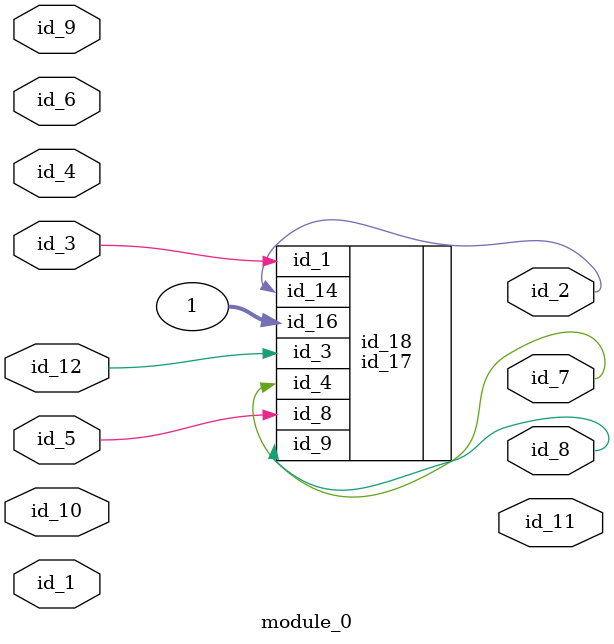
<source format=v>
module module_0 (
    id_1,
    id_2,
    id_3,
    id_4,
    id_5,
    id_6,
    id_7,
    id_8,
    id_9,
    id_10,
    id_11,
    id_12
);
  input id_12;
  output id_11;
  input id_10;
  input id_9;
  output id_8;
  output id_7;
  input id_6;
  input id_5;
  input id_4;
  input id_3;
  output id_2;
  input id_1;
  id_13 id_14 (
      .id_9 (id_1),
      .id_12(id_4)
  );
  id_15 id_16 ();
  id_17 id_18 (
      .id_9 (id_8),
      .id_16(1),
      .id_4 (id_7),
      .id_3 (id_6),
      .id_14(id_10),
      .id_14(id_2),
      .id_8 (id_5),
      .id_1 (id_3),
      .id_3 (id_12),
      .id_1 (id_3)
  );
endmodule

</source>
